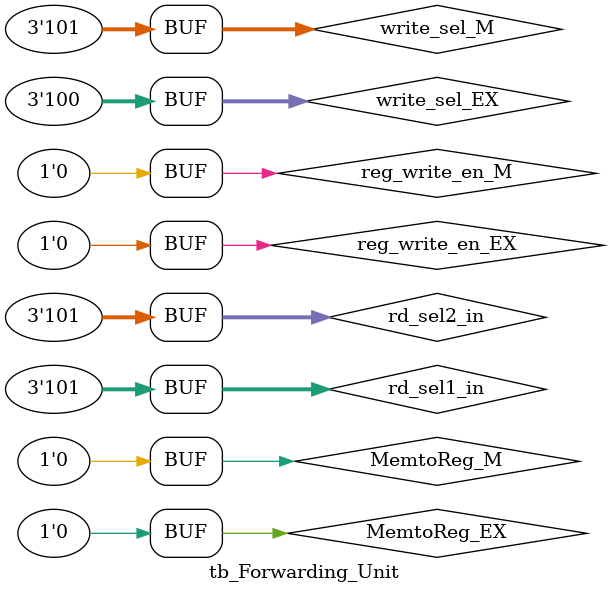
<source format=v>
module Forwarding_Unit(
    output reg [1:0] A, B,      //Mux Control outputs 
    input wire [2:0] write_sel_EX, rd_sel1_in, write_sel_M, rd_sel2_in,
    input wire reg_write_en_EX, MemtoReg_EX, reg_write_en_M, MemtoReg_M, imm_sel
);

    always @(*) begin 
        
        //Mux Control for RS forwarding 
        if((write_sel_EX == rd_sel1_in) && (reg_write_en_EX == 1'b1) && (MemtoReg_EX == 1'b0)) begin
            A = 2'b01; 
        end
        else if((write_sel_M == rd_sel1_in) && (reg_write_en_M == 1) && (MemtoReg_M == 1'b0)) begin 
            A = 2'b10;
        end
        else if((write_sel_M == rd_sel1_in) && (reg_write_en_M == 1) && (MemtoReg_M == 1'b1)) begin 
            A = 2'b11;
        end
        else begin 
            A = 2'b0;
        end
        
        //Mux Control for RT forwarding 
        if((write_sel_EX == rd_sel2_in) && (reg_write_en_EX == 1'b1) && (MemtoReg_EX == 1'b0) && imm_sel == 0) begin
            B = 2'b01; 
        end
        else if((write_sel_M == rd_sel2_in) && (reg_write_en_M == 1) && (MemtoReg_M == 1'b0) && imm_sel == 0) begin 
            B = 2'b10;
        end
        else if((write_sel_M == rd_sel2_in) && (reg_write_en_M == 1) && (MemtoReg_M == 1'b1) && imm_sel == 0) begin 
            B = 2'b11;
        end
        else begin 
            B = 2'b0;
        end
    end

endmodule 


module tb_Forwarding_Unit();
    wire [1:0] A, B;
    reg [2:0] write_sel_EX, rd_sel1_in, write_sel_M, rd_sel2_in;
    reg reg_write_en_EX, MemtoReg_EX, reg_write_en_M, MemtoReg_M;
    
    Forwarding_Unit SUT(.A(A), .B(B), .write_sel_EX(write_sel_EX), .rd_sel1_in(rd_sel1_in), .write_sel_M(write_sel_M),
    .rd_sel2_in(rd_sel2_in), .reg_write_en_EX(reg_write_en_EX), .MemtoReg_EX(MemtoReg_EX), .reg_write_en_M(reg_write_en_M), .MemtoReg_M(MemtoReg_M));
    
    parameter PERIOD = 10;
    
    initial begin 
        write_sel_EX = 3'b101;    rd_sel1_in = 3'b101;      write_sel_M=3'b101;     rd_sel2_in=3'b101;      //A = 01    B = 01
        reg_write_en_EX = 1'b1;   MemtoReg_EX = 1'b0;       reg_write_en_M  = 1'b1; MemtoReg_M=1'b1;        #PERIOD; 
        
        write_sel_EX = 3'b100;    rd_sel1_in = 3'b101;      write_sel_M=3'b101;     rd_sel2_in=3'b101;      //A = 10    B = 10
        reg_write_en_EX = 1'b1;   MemtoReg_EX = 1'b0;       reg_write_en_M  = 1'b1; MemtoReg_M=1'b0;        #PERIOD;  
        
        write_sel_EX = 3'b100;    rd_sel1_in = 3'b101;      write_sel_M=3'b101;     rd_sel2_in=3'b101;      //A = 11    B = 11
        reg_write_en_EX = 1'b1;   MemtoReg_EX = 1'b0;       reg_write_en_M  = 1'b1; MemtoReg_M=1'b1;        #PERIOD; 
        
         write_sel_EX = 3'b100;    rd_sel1_in = 3'b101;      write_sel_M=3'b101;     rd_sel2_in=3'b101;      //A = 00    B = 00
        reg_write_en_EX = 1'b0;   MemtoReg_EX = 1'b0;       reg_write_en_M  = 1'b0; MemtoReg_M=1'b0;        #PERIOD; 
    end

endmodule 
</source>
